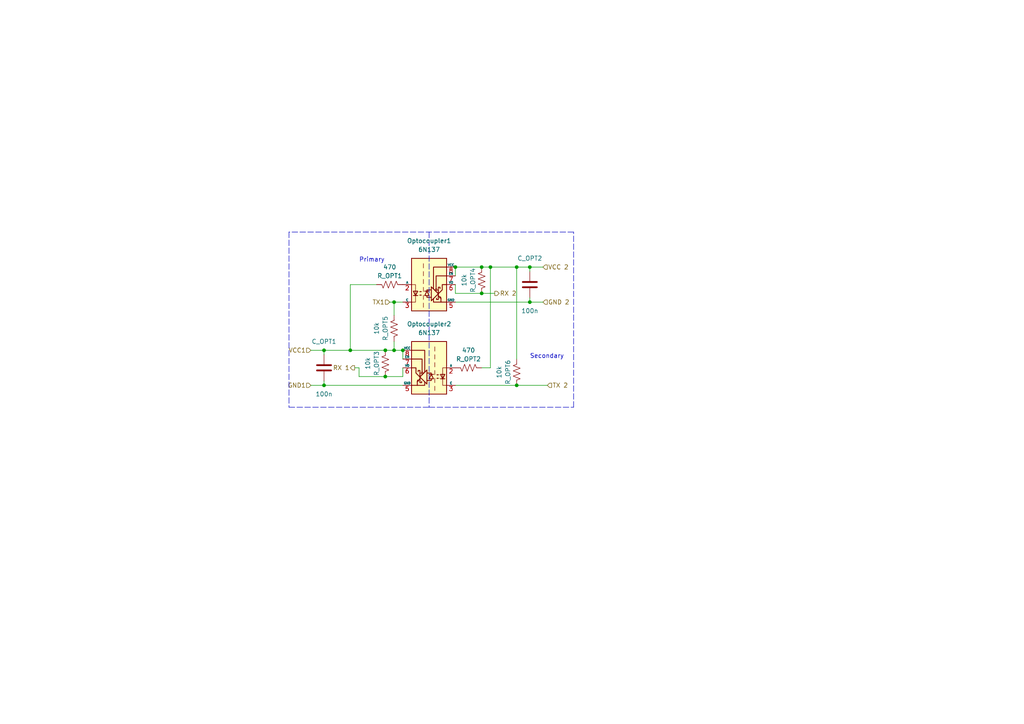
<source format=kicad_sch>
(kicad_sch (version 20211123) (generator eeschema)
  (paper "A4")
  (title_block (title "Optocouplers") (date "2022-09-19") (rev "1") (company "George Mason University") (comment 1 "needed to uninvert the signal. USART is used as the protocol.") (comment 2 "The optocoupler are inverted and these a seperate invertor was") (comment 3 "microcontrollers while still allowing for electrical isolation.") (comment 4 "The optocouplers allow for communication between the two"))
  (lib_symbols
    (symbol "Device:C" (pin_numbers hide) (pin_names (offset 0.254))
      (property "Reference" "C" (at 0.635 2.54 0))
      (property "Value" "C" (at 0.635 -2.54 0))
      (symbol "C_0_1"
        (polyline (pts (xy -2.032 -0.762) (xy 2.032 -0.762)) (stroke (width 0.508)))
        (polyline (pts (xy -2.032 0.762) (xy 2.032 0.762)) (stroke (width 0.508)))
      )
      (symbol "C_1_1"
        (pin passive line (at 0 3.81 270) (length 2.794) (name "~") (number "1"))
        (pin passive line (at 0 -3.81 90) (length 2.794) (name "~") (number "2"))
      )
    )
    (symbol "Device:R_US" (pin_numbers hide) (pin_names (offset 0))
      (property "Reference" "R" (at 2.54 0 90))
      (property "Value" "R_US" (at -2.54 0 90))
      (symbol "R_US_0_1"
        (polyline (pts (xy 0 -2.286) (xy 0 -2.54)))
        (polyline (pts (xy 0 2.286) (xy 0 2.54)))
        (polyline (pts (xy 0 -0.762) (xy 1.016 -1.143) (xy 0 -1.524) (xy -1.016 -1.905) (xy 0 -2.286)))
        (polyline (pts (xy 0 0.762) (xy 1.016 0.381) (xy 0 0) (xy -1.016 -0.381) (xy 0 -0.762)))
        (polyline (pts (xy 0 2.286) (xy 1.016 1.905) (xy 0 1.524) (xy -1.016 1.143) (xy 0 0.762)))
      )
      (symbol "R_US_1_1"
        (pin passive line (at 0 3.81 270) (length 1.27) (name "~") (number "1"))
        (pin passive line (at 0 -3.81 90) (length 1.27) (name "~") (number "2"))
      )
    )
    (symbol "Isolator:6N137" (pin_names (offset 0))
      (property "Reference" "U" (at -4.064 8.89 0))
      (property "Value" "6N137" (at 0 -8.89 0))
      (symbol "6N137_0_1"
        (polyline (pts (xy 2.667 -3.556) (xy 2.667 -1.651)) (stroke (width 0.254)))
        (polyline (pts (xy 2.667 -2.159) (xy 2.667 -2.921)) (stroke (width 0.254)))
        (polyline (pts (xy 3.429 -3.937) (xy 3.429 -5.08)) (stroke (width 0.254)))
        (polyline (pts (xy -0.635 -3.302) (xy -0.635 -3.683) (xy 0.635 -3.683)) (stroke (width 0.254)))
        (polyline (pts (xy -0.635 -1.905) (xy -0.635 -1.524) (xy 0.508 -1.524)) (stroke (width 0.254)))
        (polyline (pts (xy 1.27 -4.064) (xy 1.27 -5.08) (xy 5.08 -5.08)) (stroke (width 0.254)))
        (polyline (pts (xy 1.27 -1.27) (xy 1.27 5.08) (xy 5.08 5.08)) (stroke (width 0.254)))
        (polyline (pts (xy 2.032 -1.27) (xy 2.032 2.54) (xy 5.08 2.54)) (stroke (width 0.254)))
        (polyline (pts (xy -5.08 -5.08) (xy -3.937 -5.08) (xy -3.937 0) (xy -5.08 0)))
        (polyline (pts (xy 2.667 -3.302) (xy 2.667 -4.318) (xy 2.159 -4.318) (xy 2.159 -3.937)) (stroke (width 0.254)))
        (polyline (pts (xy 2.667 -2.667) (xy 0.635 -4.699) (xy 0.635 -0.635) (xy 2.667 -2.667)) (stroke (width 0.254)))
        (polyline (pts (xy 2.667 -1.778) (xy 2.667 -0.762) (xy 3.175 -0.762) (xy 3.175 -1.143)) (stroke (width 0.254)))
        (polyline (pts (xy 2.794 -2.54) (xy 3.81 -1.524) (xy 3.81 0) (xy 5.08 0)) (stroke (width 0.254)))
        (polyline (pts (xy 2.667 -3.175) (xy 3.429 -3.937) (xy 3.302 -3.556) (xy 3.048 -3.81) (xy 3.429 -3.937)) (stroke (width 0.254)))
        (circle (center 2.032 -1.524) (radius 0.254) (stroke (width 0.254)))
      )
      (symbol "6N137_1_1"
        (rectangle (start -5.08 7.62) (end 5.08 -7.62) (stroke (width 0.254)) (fill (type background)))
        (polyline (pts (xy -4.572 -3.175) (xy -3.302 -3.175)) (stroke (width 0.254)))
        (polyline (pts (xy -1.651 -5.334) (xy -1.651 -6.604)))
        (polyline (pts (xy -1.651 -3.048) (xy -1.651 -4.318)))
        (polyline (pts (xy -1.651 -0.762) (xy -1.651 -2.032)))
        (polyline (pts (xy -1.651 1.524) (xy -1.651 0.254)))
        (polyline (pts (xy -1.651 3.81) (xy -1.651 2.54)))
        (polyline (pts (xy -1.651 6.096) (xy -1.651 4.826)))
        (polyline (pts (xy -1.27 -1.905) (xy 0 -1.905)) (stroke (width 0.254)))
        (polyline (pts (xy -3.937 -3.175) (xy -4.572 -1.905) (xy -3.302 -1.905) (xy -3.937 -3.175)) (stroke (width 0.254)))
        (polyline (pts (xy -0.635 -1.905) (xy -1.27 -3.175) (xy 0 -3.175) (xy -0.635 -1.905)) (stroke (width 0.254)))
        (polyline (pts (xy -2.921 -3.048) (xy -2.159 -3.048) (xy -2.54 -3.175) (xy -2.54 -2.921) (xy -2.159 -3.048)) (stroke (width 0.127)))
        (polyline (pts (xy -2.921 -2.032) (xy -2.159 -2.032) (xy -2.54 -2.159) (xy -2.54 -1.905) (xy -2.159 -2.032)) (stroke (width 0.127)))
        (pin no_connect line (at -5.08 5.08 0) (length 2.54) hide (name "NC") (number "1"))
        (pin passive line (at -7.62 0 0) (length 2.54) (name "A") (number "2"))
        (pin passive line (at -7.62 -5.08 0) (length 2.54) (name "C") (number "3"))
        (pin power_in line (at 7.62 -5.08 180) (length 2.54) (name "GND") (number "5"))
        (pin open_collector line (at 7.62 0 180) (length 2.54) (name "VO") (number "6"))
        (pin input line (at 7.62 2.54 180) (length 2.54) (name "EN") (number "7"))
        (pin power_in line (at 7.62 5.08 180) (length 2.54) (name "VCC") (number "8"))
      )
    )
  )
  (junction (at 149.86 77.47))
  (junction (at 101.6 101.6))
  (junction (at 142.24 77.47))
  (junction (at 114.3 87.63))
  (junction (at 93.98 101.6))
  (junction (at 111.76 101.6))
  (junction (at 149.86 111.76))
  (junction (at 153.67 87.63))
  (junction (at 139.7 85.09))
  (junction (at 114.3 101.6))
  (junction (at 139.7 77.47))
  (junction (at 111.76 109.22))
  (junction (at 93.98 111.76))
  (junction (at 132.08 77.47))
  (junction (at 116.84 101.6))
  (junction (at 153.67 77.47))
  (wire (pts (xy 149.86 111.76) (xy 158.75 111.76)))
  (wire (pts (xy 132.08 85.09) (xy 139.7 85.09)))
  (wire (pts (xy 153.67 77.47) (xy 157.48 77.47)))
  (wire (pts (xy 132.08 111.76) (xy 149.86 111.76)))
  (wire (pts (xy 139.7 106.68) (xy 142.24 106.68)))
  (polyline (pts (xy 83.82 67.31) (xy 83.82 118.11)))
  (wire (pts (xy 114.3 87.63) (xy 116.84 87.63)))
  (wire (pts (xy 90.17 111.76) (xy 93.98 111.76)))
  (wire (pts (xy 90.17 101.6) (xy 93.98 101.6)))
  (wire (pts (xy 111.76 109.22) (xy 116.84 109.22)))
  (wire (pts (xy 111.76 109.22) (xy 104.14 109.22)))
  (wire (pts (xy 142.24 106.68) (xy 142.24 77.47)))
  (wire (pts (xy 139.7 77.47) (xy 142.24 77.47)))
  (wire (pts (xy 104.14 106.68) (xy 102.87 106.68)))
  (wire (pts (xy 114.3 99.06) (xy 114.3 101.6)))
  (polyline (pts (xy 124.46 67.31) (xy 124.46 118.11)))
  (wire (pts (xy 116.84 106.68) (xy 116.84 109.22)))
  (wire (pts (xy 113.03 87.63) (xy 114.3 87.63)))
  (wire (pts (xy 93.98 101.6) (xy 93.98 102.87)))
  (wire (pts (xy 114.3 101.6) (xy 116.84 101.6)))
  (wire (pts (xy 101.6 82.55) (xy 101.6 101.6)))
  (wire (pts (xy 153.67 77.47) (xy 153.67 78.74)))
  (wire (pts (xy 132.08 87.63) (xy 153.67 87.63)))
  (wire (pts (xy 104.14 109.22) (xy 104.14 106.68)))
  (wire (pts (xy 116.84 101.6) (xy 116.84 104.14)))
  (wire (pts (xy 149.86 77.47) (xy 153.67 77.47)))
  (wire (pts (xy 149.86 77.47) (xy 149.86 104.14)))
  (wire (pts (xy 93.98 110.49) (xy 93.98 111.76)))
  (wire (pts (xy 139.7 85.09) (xy 143.51 85.09)))
  (wire (pts (xy 142.24 77.47) (xy 149.86 77.47)))
  (wire (pts (xy 109.22 82.55) (xy 101.6 82.55)))
  (polyline (pts (xy 166.37 67.31) (xy 83.82 67.31)))
  (wire (pts (xy 111.76 101.6) (xy 114.3 101.6)))
  (polyline (pts (xy 83.82 118.11) (xy 124.46 118.11)))
  (wire (pts (xy 153.67 86.36) (xy 153.67 87.63)))
  (wire (pts (xy 114.3 87.63) (xy 114.3 91.44)))
  (wire (pts (xy 93.98 111.76) (xy 116.84 111.76)))
  (wire (pts (xy 132.08 77.47) (xy 139.7 77.47)))
  (wire (pts (xy 132.08 82.55) (xy 132.08 85.09)))
  (wire (pts (xy 132.08 77.47) (xy 132.08 80.01)))
  (wire (pts (xy 153.67 87.63) (xy 157.48 87.63)))
  (wire (pts (xy 101.6 101.6) (xy 111.76 101.6)))
  (polyline (pts (xy 124.46 118.11) (xy 166.37 118.11)))
  (polyline (pts (xy 166.37 118.11) (xy 166.37 67.31)))
  (wire (pts (xy 93.98 101.6) (xy 101.6 101.6)))
  (text "Primary" (at 104.14 76.2 0) (effects (font (size 1.27 1.27)) (justify left bottom)))
  (text "Secondary" (at 153.67 104.14 0) (effects (font (size 1.27 1.27)) (justify left bottom)))
  (hierarchical_label "GND1" (shape input) (at 90.17 111.76 180))
  (hierarchical_label "RX 1" (shape output) (at 102.87 106.68 180))
  (hierarchical_label "GND 2" (shape input) (at 157.48 87.63 0))
  (hierarchical_label "VCC 2" (shape input) (at 157.48 77.47 0))
  (hierarchical_label "RX 2" (shape output) (at 143.51 85.09 0))
  (hierarchical_label "VCC1" (shape input) (at 90.17 101.6 180))
  (hierarchical_label "TX1" (shape input) (at 113.03 87.63 180))
  (hierarchical_label "TX 2" (shape input) (at 158.75 111.76 0))
  (symbol (lib_id "Device:R_US") (at 111.76 105.41 0) (mirror x) (unit 1)
    (property "Reference" "R_OPT3" (at 109.22 105.41 90))
    (property "Value" "10k" (at 106.68 105.41 90))
    (property "Footprint" "Resistor_SMD:R_0603_1608Metric" (effects hide))
  )
  (symbol (lib_id "Device:R_US") (at 135.89 106.68 90) (mirror x) (unit 1)
    (property "Reference" "R_OPT2" (at 135.89 104.14 90))
    (property "Value" "470" (at 135.89 101.6 90))
    (property "Footprint" "Resistor_SMD:R_0603_1608Metric" (effects hide))
  )
  (symbol (lib_id "Device:C") (at 93.98 106.68 180) (unit 1)
    (property "Reference" "C_OPT1" (at 93.98 99.06 0))
    (property "Value" "100n" (at 93.98 114.3 0))
    (property "Footprint" "Capacitor_SMD:C_0603_1608Metric" (effects hide))
  )
  (symbol (lib_id "Device:R_US") (at 114.3 95.25 0) (mirror x) (unit 1)
    (property "Reference" "R_OPT5" (at 111.76 95.25 90))
    (property "Value" "10k" (at 109.22 95.25 90))
    (property "Footprint" "Resistor_SMD:R_0603_1608Metric" (effects hide))
  )
  (symbol (lib_id "Device:C") (at 153.67 82.55 180) (unit 1)
    (property "Reference" "C_OPT2" (at 153.67 74.93 0))
    (property "Value" "100n" (at 153.67 90.17 0))
    (property "Footprint" "Capacitor_SMD:C_0603_1608Metric" (effects hide))
  )
  (symbol (lib_id "Device:R_US") (at 149.86 107.95 0) (mirror x) (unit 1)
    (property "Reference" "R_OPT6" (at 147.32 107.95 90))
    (property "Value" "10k" (at 144.78 107.95 90))
    (property "Footprint" "Resistor_SMD:R_0603_1608Metric" (effects hide))
  )
  (symbol (lib_id "Device:R_US") (at 139.7 81.28 0) (mirror x) (unit 1)
    (property "Reference" "R_OPT4" (at 137.16 81.28 90))
    (property "Value" "10k" (at 134.62 81.28 90))
    (property "Footprint" "Resistor_SMD:R_0603_1608Metric" (effects hide))
  )
  (symbol (lib_id "Device:R_US") (at 113.03 82.55 90) (mirror x) (unit 1)
    (property "Reference" "R_OPT1" (at 113.03 80.01 90))
    (property "Value" "470" (at 113.03 77.47 90))
    (property "Footprint" "Resistor_SMD:R_0603_1608Metric" (effects hide))
  )
  (symbol (lib_id "Isolator:6N137") (at 124.46 106.68 0) (mirror y) (unit 1)
    (property "Reference" "Optocoupler2" (at 124.46 93.98 0))
    (property "Value" "6N137" (at 124.46 96.52 0))
    (property "Footprint" "Package_DIP:PowerIntegrations_SMD-8" (effects hide))
    (property "Datasheet" "https://docs.broadcom.com/docs/AV02-0940EN" (effects hide))
  )
  (symbol (lib_id "Isolator:6N137") (at 124.46 82.55 0) (unit 1)
    (property "Reference" "Optocoupler1" (at 124.46 69.85 0))
    (property "Value" "6N137" (at 124.46 72.39 0))
    (property "Footprint" "Package_DIP:PowerIntegrations_SMD-8" (effects hide))
    (property "Datasheet" "https://docs.broadcom.com/docs/AV02-0940EN" (effects hide))
  )
)
</source>
